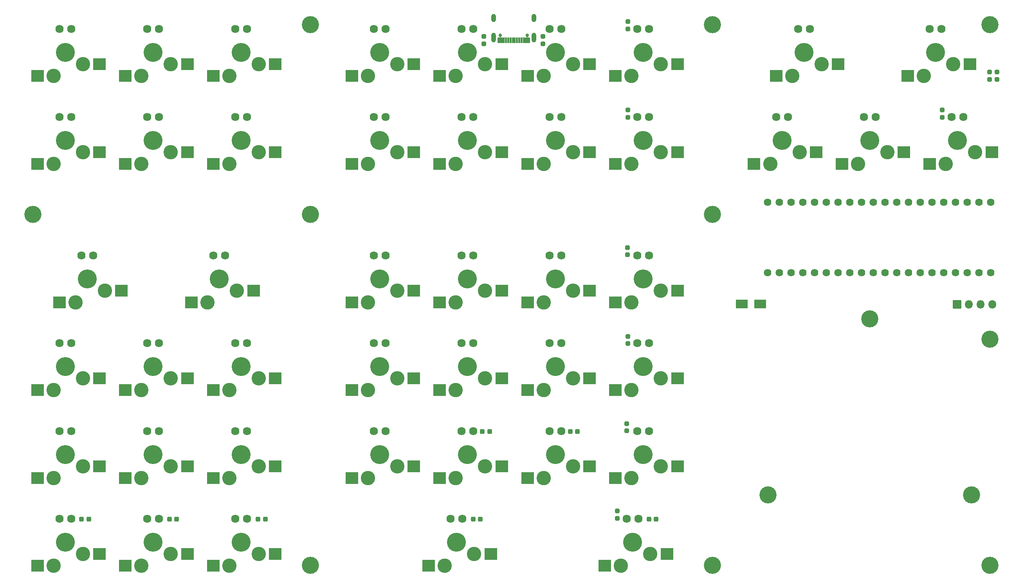
<source format=gbs>
G04 #@! TF.GenerationSoftware,KiCad,Pcbnew,(6.0.7)*
G04 #@! TF.CreationDate,2023-02-05T05:30:46+01:00*
G04 #@! TF.ProjectId,DaVinciKbd,44615669-6e63-4694-9b62-642e6b696361,rev?*
G04 #@! TF.SameCoordinates,Original*
G04 #@! TF.FileFunction,Soldermask,Bot*
G04 #@! TF.FilePolarity,Negative*
%FSLAX46Y46*%
G04 Gerber Fmt 4.6, Leading zero omitted, Abs format (unit mm)*
G04 Created by KiCad (PCBNEW (6.0.7)) date 2023-02-05 05:30:46*
%MOMM*%
%LPD*%
G01*
G04 APERTURE LIST*
G04 Aperture macros list*
%AMRoundRect*
0 Rectangle with rounded corners*
0 $1 Rounding radius*
0 $2 $3 $4 $5 $6 $7 $8 $9 X,Y pos of 4 corners*
0 Add a 4 corners polygon primitive as box body*
4,1,4,$2,$3,$4,$5,$6,$7,$8,$9,$2,$3,0*
0 Add four circle primitives for the rounded corners*
1,1,$1+$1,$2,$3*
1,1,$1+$1,$4,$5*
1,1,$1+$1,$6,$7*
1,1,$1+$1,$8,$9*
0 Add four rect primitives between the rounded corners*
20,1,$1+$1,$2,$3,$4,$5,0*
20,1,$1+$1,$4,$5,$6,$7,0*
20,1,$1+$1,$6,$7,$8,$9,0*
20,1,$1+$1,$8,$9,$2,$3,0*%
G04 Aperture macros list end*
%ADD10C,3.102000*%
%ADD11C,4.102000*%
%ADD12RoundRect,0.051000X1.275000X1.250000X-1.275000X1.250000X-1.275000X-1.250000X1.275000X-1.250000X0*%
%ADD13C,1.792600*%
%ADD14C,3.702000*%
%ADD15RoundRect,0.269750X-0.218750X-0.256250X0.218750X-0.256250X0.218750X0.256250X-0.218750X0.256250X0*%
%ADD16RoundRect,0.051000X-0.850000X0.850000X-0.850000X-0.850000X0.850000X-0.850000X0.850000X0.850000X0*%
%ADD17O,1.802000X1.802000*%
%ADD18RoundRect,0.269750X-0.256250X0.218750X-0.256250X-0.218750X0.256250X-0.218750X0.256250X0.218750X0*%
%ADD19C,1.626000*%
%ADD20RoundRect,0.269750X0.256250X-0.218750X0.256250X0.218750X-0.256250X0.218750X-0.256250X-0.218750X0*%
%ADD21C,0.702000*%
%ADD22RoundRect,0.051000X-0.300000X-0.580000X0.300000X-0.580000X0.300000X0.580000X-0.300000X0.580000X0*%
%ADD23RoundRect,0.051000X0.150000X0.580000X-0.150000X0.580000X-0.150000X-0.580000X0.150000X-0.580000X0*%
%ADD24O,1.002000X1.802000*%
%ADD25O,1.002000X2.102000*%
%ADD26RoundRect,0.051000X1.250000X0.900000X-1.250000X0.900000X-1.250000X-0.900000X1.250000X-0.900000X0*%
G04 APERTURE END LIST*
D10*
X37810000Y-49540000D03*
D11*
X34000000Y-47000000D03*
D10*
X31460000Y-52080000D03*
D12*
X41410000Y-49540000D03*
X27985000Y-52080000D03*
D13*
X35270000Y-41920000D03*
X32730000Y-41920000D03*
D10*
X31460000Y-71080000D03*
D11*
X34000000Y-66000000D03*
D10*
X37810000Y-68540000D03*
D12*
X41410000Y-68540000D03*
X27985000Y-71080000D03*
D13*
X35270000Y-60920000D03*
X32730000Y-60920000D03*
D10*
X37810000Y-117540000D03*
D11*
X34000000Y-115000000D03*
D10*
X31460000Y-120080000D03*
D12*
X41410000Y-117540000D03*
X27985000Y-120080000D03*
D13*
X35270000Y-109920000D03*
X32730000Y-109920000D03*
D11*
X34000000Y-134000000D03*
D10*
X37810000Y-136540000D03*
X31460000Y-139080000D03*
D12*
X41410000Y-136540000D03*
X27985000Y-139080000D03*
D13*
X35270000Y-128920000D03*
X32730000Y-128920000D03*
D10*
X37810000Y-155540000D03*
D11*
X34000000Y-153000000D03*
D10*
X31460000Y-158080000D03*
D12*
X41410000Y-155540000D03*
X27985000Y-158080000D03*
D13*
X35270000Y-147920000D03*
X32730000Y-147920000D03*
D10*
X56810000Y-49540000D03*
D11*
X53000000Y-47000000D03*
D10*
X50460000Y-52080000D03*
D12*
X60410000Y-49540000D03*
X46985000Y-52080000D03*
D13*
X54270000Y-41920000D03*
X51730000Y-41920000D03*
D10*
X50460000Y-71080000D03*
D11*
X53000000Y-66000000D03*
D10*
X56810000Y-68540000D03*
D12*
X60410000Y-68540000D03*
X46985000Y-71080000D03*
D13*
X54270000Y-60920000D03*
X51730000Y-60920000D03*
D10*
X56810000Y-117540000D03*
D11*
X53000000Y-115000000D03*
D10*
X50460000Y-120080000D03*
D12*
X60410000Y-117540000D03*
X46985000Y-120080000D03*
D13*
X54270000Y-109920000D03*
X51730000Y-109920000D03*
D10*
X56810000Y-136540000D03*
D11*
X53000000Y-134000000D03*
D10*
X50460000Y-139080000D03*
D12*
X60410000Y-136540000D03*
X46985000Y-139080000D03*
D13*
X54270000Y-128920000D03*
X51730000Y-128920000D03*
D10*
X50460000Y-158080000D03*
X56810000Y-155540000D03*
D11*
X53000000Y-153000000D03*
D12*
X60410000Y-155540000D03*
X46985000Y-158080000D03*
D13*
X54270000Y-147920000D03*
X51730000Y-147920000D03*
D10*
X75810000Y-49540000D03*
X69460000Y-52080000D03*
D11*
X72000000Y-47000000D03*
D12*
X79410000Y-49540000D03*
X65985000Y-52080000D03*
D13*
X73270000Y-41920000D03*
X70730000Y-41920000D03*
D10*
X75810000Y-68540000D03*
X69460000Y-71080000D03*
D11*
X72000000Y-66000000D03*
D12*
X79410000Y-68540000D03*
X65985000Y-71080000D03*
D13*
X73270000Y-60920000D03*
X70730000Y-60920000D03*
D11*
X72000000Y-115000000D03*
D10*
X69460000Y-120080000D03*
X75810000Y-117540000D03*
D12*
X79410000Y-117540000D03*
X65985000Y-120080000D03*
D13*
X73270000Y-109920000D03*
X70730000Y-109920000D03*
D10*
X75810000Y-136540000D03*
X69460000Y-139080000D03*
D11*
X72000000Y-134000000D03*
D12*
X79410000Y-136540000D03*
X65985000Y-139080000D03*
D13*
X73270000Y-128920000D03*
X70730000Y-128920000D03*
D10*
X75810000Y-155540000D03*
D11*
X72000000Y-153000000D03*
D10*
X69460000Y-158080000D03*
D12*
X79410000Y-155540000D03*
X65985000Y-158080000D03*
D13*
X73270000Y-147920000D03*
X70730000Y-147920000D03*
D11*
X193750000Y-47000000D03*
D10*
X197560000Y-49540000D03*
X191210000Y-52080000D03*
D12*
X201160000Y-49540000D03*
X187735000Y-52080000D03*
D13*
X195020000Y-41920000D03*
X192480000Y-41920000D03*
D10*
X186460000Y-71080000D03*
X192810000Y-68540000D03*
D11*
X189000000Y-66000000D03*
D12*
X196410000Y-68540000D03*
X182985000Y-71080000D03*
D13*
X190270000Y-60920000D03*
X187730000Y-60920000D03*
D10*
X205460000Y-71080000D03*
X211810000Y-68540000D03*
D11*
X208000000Y-66000000D03*
D12*
X215410000Y-68540000D03*
X201985000Y-71080000D03*
D13*
X209270000Y-60920000D03*
X206730000Y-60920000D03*
D10*
X230810000Y-68540000D03*
X224460000Y-71080000D03*
D11*
X227000000Y-66000000D03*
D12*
X234410000Y-68540000D03*
X220985000Y-71080000D03*
D13*
X228270000Y-60920000D03*
X225730000Y-60920000D03*
D11*
X38750000Y-96000000D03*
D10*
X36210000Y-101080000D03*
X42560000Y-98540000D03*
D12*
X46160000Y-98540000D03*
X32735000Y-101080000D03*
D13*
X40020000Y-90920000D03*
X37480000Y-90920000D03*
D10*
X99460000Y-71080000D03*
D11*
X102000000Y-66000000D03*
D10*
X105810000Y-68540000D03*
D12*
X109410000Y-68540000D03*
X95985000Y-71080000D03*
D13*
X103270000Y-60920000D03*
X100730000Y-60920000D03*
D10*
X137460000Y-52080000D03*
D11*
X140000000Y-47000000D03*
D10*
X143810000Y-49540000D03*
D12*
X147410000Y-49540000D03*
X133985000Y-52080000D03*
D13*
X141270000Y-41920000D03*
X138730000Y-41920000D03*
D11*
X121000000Y-66000000D03*
D10*
X124810000Y-68540000D03*
X118460000Y-71080000D03*
D12*
X128410000Y-68540000D03*
X114985000Y-71080000D03*
D13*
X122270000Y-60920000D03*
X119730000Y-60920000D03*
D10*
X99460000Y-52080000D03*
D11*
X102000000Y-47000000D03*
D10*
X105810000Y-49540000D03*
D12*
X109410000Y-49540000D03*
X95985000Y-52080000D03*
D13*
X103270000Y-41920000D03*
X100730000Y-41920000D03*
D10*
X143810000Y-68540000D03*
X137460000Y-71080000D03*
D11*
X140000000Y-66000000D03*
D12*
X147410000Y-68540000D03*
X133985000Y-71080000D03*
D13*
X141270000Y-60920000D03*
X138730000Y-60920000D03*
D10*
X118460000Y-52080000D03*
D11*
X121000000Y-47000000D03*
D10*
X124810000Y-49540000D03*
D12*
X128410000Y-49540000D03*
X114985000Y-52080000D03*
D13*
X122270000Y-41920000D03*
X119730000Y-41920000D03*
D10*
X156460000Y-71080000D03*
X162810000Y-68540000D03*
D11*
X159000000Y-66000000D03*
D12*
X166410000Y-68540000D03*
X152985000Y-71080000D03*
D13*
X160270000Y-60920000D03*
X157730000Y-60920000D03*
D10*
X156460000Y-52080000D03*
X162810000Y-49540000D03*
D11*
X159000000Y-47000000D03*
D12*
X166410000Y-49540000D03*
X152985000Y-52080000D03*
D13*
X160270000Y-41920000D03*
X157730000Y-41920000D03*
D10*
X160510000Y-155540000D03*
D11*
X156700000Y-153000000D03*
D10*
X154160000Y-158080000D03*
D12*
X164110000Y-155540000D03*
X150685000Y-158080000D03*
D13*
X157970000Y-147920000D03*
X155430000Y-147920000D03*
D11*
X159000000Y-134000000D03*
D10*
X162810000Y-136540000D03*
X156460000Y-139080000D03*
D12*
X166410000Y-136540000D03*
X152985000Y-139080000D03*
D13*
X160270000Y-128920000D03*
X157730000Y-128920000D03*
D10*
X156460000Y-101080000D03*
X162810000Y-98540000D03*
D11*
X159000000Y-96000000D03*
D12*
X166410000Y-98540000D03*
X152985000Y-101080000D03*
D13*
X160270000Y-90920000D03*
X157730000Y-90920000D03*
D11*
X140000000Y-134000000D03*
D10*
X143810000Y-136540000D03*
X137460000Y-139080000D03*
D12*
X147410000Y-136540000D03*
X133985000Y-139080000D03*
D13*
X141270000Y-128920000D03*
X138730000Y-128920000D03*
D10*
X137460000Y-120080000D03*
D11*
X140000000Y-115000000D03*
D10*
X143810000Y-117540000D03*
D12*
X147410000Y-117540000D03*
X133985000Y-120080000D03*
D13*
X141270000Y-109920000D03*
X138730000Y-109920000D03*
D11*
X121000000Y-115000000D03*
D10*
X124810000Y-117540000D03*
X118460000Y-120080000D03*
D12*
X128410000Y-117540000D03*
X114985000Y-120080000D03*
D13*
X122270000Y-109920000D03*
X119730000Y-109920000D03*
D10*
X99460000Y-120080000D03*
D11*
X102000000Y-115000000D03*
D10*
X105810000Y-117540000D03*
D12*
X109410000Y-117540000D03*
X95985000Y-120080000D03*
D13*
X103270000Y-109920000D03*
X100730000Y-109920000D03*
D10*
X137460000Y-101080000D03*
D11*
X140000000Y-96000000D03*
D10*
X143810000Y-98540000D03*
D12*
X147410000Y-98540000D03*
X133985000Y-101080000D03*
D13*
X141270000Y-90920000D03*
X138730000Y-90920000D03*
D10*
X122410000Y-155540000D03*
D11*
X118600000Y-153000000D03*
D10*
X116060000Y-158080000D03*
D12*
X126010000Y-155540000D03*
X112585000Y-158080000D03*
D13*
X119870000Y-147920000D03*
X117330000Y-147920000D03*
D11*
X159000000Y-115000000D03*
D10*
X156460000Y-120080000D03*
X162810000Y-117540000D03*
D12*
X166410000Y-117540000D03*
X152985000Y-120080000D03*
D13*
X160270000Y-109920000D03*
X157730000Y-109920000D03*
D10*
X118460000Y-139080000D03*
X124810000Y-136540000D03*
D11*
X121000000Y-134000000D03*
D12*
X128410000Y-136540000D03*
X114985000Y-139080000D03*
D13*
X122270000Y-128920000D03*
X119730000Y-128920000D03*
D10*
X99460000Y-139080000D03*
X105810000Y-136540000D03*
D11*
X102000000Y-134000000D03*
D12*
X109410000Y-136540000D03*
X95985000Y-139080000D03*
D13*
X103270000Y-128920000D03*
X100730000Y-128920000D03*
D10*
X118460000Y-101080000D03*
X124810000Y-98540000D03*
D11*
X121000000Y-96000000D03*
D12*
X128410000Y-98540000D03*
X114985000Y-101080000D03*
D13*
X122270000Y-90920000D03*
X119730000Y-90920000D03*
D14*
X186000000Y-142700000D03*
X230000000Y-142700000D03*
X208000000Y-104600000D03*
X87000000Y-41000000D03*
X174000000Y-41000000D03*
X234000000Y-41000000D03*
X234000000Y-109000000D03*
X234000000Y-158000000D03*
X174000000Y-158000000D03*
X174000000Y-82000000D03*
X87000000Y-158000000D03*
X27000000Y-82000000D03*
X87000000Y-82000000D03*
D10*
X226060000Y-49540000D03*
D11*
X222250000Y-47000000D03*
D10*
X219710000Y-52080000D03*
D12*
X229660000Y-49540000D03*
X216235000Y-52080000D03*
D13*
X223520000Y-41920000D03*
X220980000Y-41920000D03*
D10*
X71110000Y-98540000D03*
X64760000Y-101080000D03*
D11*
X67300000Y-96000000D03*
D12*
X74710000Y-98540000D03*
X61285000Y-101080000D03*
D13*
X68570000Y-90920000D03*
X66030000Y-90920000D03*
D10*
X105810000Y-98540000D03*
D11*
X102000000Y-96000000D03*
D10*
X99460000Y-101080000D03*
D12*
X109410000Y-98540000D03*
X95985000Y-101080000D03*
D13*
X103270000Y-90920000D03*
X100730000Y-90920000D03*
D15*
X124212500Y-129000000D03*
X125787500Y-129000000D03*
D16*
X226920000Y-101500000D03*
D17*
X229460000Y-101500000D03*
X232000000Y-101500000D03*
X234540000Y-101500000D03*
D18*
X155700000Y-40312500D03*
X155700000Y-41887500D03*
X155700000Y-59412500D03*
X155700000Y-60987500D03*
X155600000Y-89212500D03*
X155600000Y-90787500D03*
X153400000Y-146212500D03*
X153400000Y-147787500D03*
X223700000Y-59412500D03*
X223700000Y-60987500D03*
D15*
X37500000Y-148000000D03*
X39075000Y-148000000D03*
X56500000Y-148000000D03*
X58075000Y-148000000D03*
X75712500Y-148000000D03*
X77287500Y-148000000D03*
X122212500Y-148000000D03*
X123787500Y-148000000D03*
X143212500Y-129000000D03*
X144787500Y-129000000D03*
X160212500Y-148000000D03*
X161787500Y-148000000D03*
D19*
X229050000Y-79380000D03*
X185870000Y-94620000D03*
X190950000Y-94620000D03*
X188410000Y-94620000D03*
X234130000Y-79380000D03*
X231590000Y-79380000D03*
X226510000Y-79380000D03*
X196030000Y-79380000D03*
X198570000Y-79380000D03*
X201110000Y-79380000D03*
X203650000Y-79380000D03*
X206190000Y-79380000D03*
X208730000Y-79380000D03*
X211270000Y-79380000D03*
X213810000Y-79380000D03*
X223970000Y-94620000D03*
X221430000Y-94620000D03*
X218890000Y-94620000D03*
X216350000Y-94620000D03*
X213810000Y-94620000D03*
X211270000Y-94620000D03*
X216350000Y-79380000D03*
X218890000Y-79380000D03*
X208730000Y-94620000D03*
X206190000Y-94620000D03*
X203650000Y-94620000D03*
X201110000Y-94620000D03*
X198570000Y-94620000D03*
X196030000Y-94620000D03*
X193490000Y-94620000D03*
X221430000Y-79380000D03*
X223970000Y-79380000D03*
X234130000Y-94620000D03*
X231590000Y-94620000D03*
X229050000Y-94620000D03*
X226510000Y-94620000D03*
X188410000Y-79380000D03*
X190950000Y-79380000D03*
X193490000Y-79380000D03*
X185870000Y-79380000D03*
D20*
X235550000Y-52787500D03*
X235550000Y-51212500D03*
D18*
X155400000Y-127312500D03*
X155400000Y-128887500D03*
X155700000Y-108412500D03*
X155700000Y-109987500D03*
D20*
X124500000Y-45087500D03*
X124500000Y-43512500D03*
X137300000Y-45087500D03*
X137300000Y-43512500D03*
X233900000Y-52787500D03*
X233900000Y-51212500D03*
D21*
X133890000Y-43250000D03*
X128110000Y-43250000D03*
D22*
X127800000Y-44310000D03*
X128600000Y-44310000D03*
D23*
X129750000Y-44310000D03*
X130750000Y-44310000D03*
X131250000Y-44310000D03*
X132250000Y-44310000D03*
D22*
X133400000Y-44310000D03*
X134200000Y-44310000D03*
X134200000Y-44310000D03*
X133400000Y-44310000D03*
D23*
X132750000Y-44310000D03*
X131750000Y-44310000D03*
X130250000Y-44310000D03*
X129250000Y-44310000D03*
D22*
X128600000Y-44310000D03*
X127800000Y-44310000D03*
D24*
X126680000Y-39560000D03*
X135320000Y-39560000D03*
D25*
X126680000Y-43730000D03*
X135320000Y-43730000D03*
D26*
X184300000Y-101400000D03*
X180300000Y-101400000D03*
G36*
X131064633Y-43693517D02*
G01*
X131065197Y-43695436D01*
X131064916Y-43696075D01*
X131054767Y-43711263D01*
X131051000Y-43730199D01*
X131051000Y-44889801D01*
X131054767Y-44908738D01*
X131064814Y-44923773D01*
X131064945Y-44925768D01*
X131063282Y-44926880D01*
X131062553Y-44926793D01*
X131002212Y-44907898D01*
X130937310Y-44926955D01*
X130935367Y-44926483D01*
X130934803Y-44924564D01*
X130935084Y-44923925D01*
X130945233Y-44908737D01*
X130949000Y-44889801D01*
X130949000Y-43730199D01*
X130945233Y-43711262D01*
X130935186Y-43696227D01*
X130935055Y-43694232D01*
X130936718Y-43693120D01*
X130937447Y-43693207D01*
X130997788Y-43712102D01*
X131062690Y-43693045D01*
X131064633Y-43693517D01*
G37*
G36*
X133064633Y-43693517D02*
G01*
X133065197Y-43695436D01*
X133064916Y-43696075D01*
X133054767Y-43711263D01*
X133051000Y-43730199D01*
X133051000Y-44889801D01*
X133054767Y-44908738D01*
X133064814Y-44923773D01*
X133064945Y-44925768D01*
X133063282Y-44926880D01*
X133062553Y-44926793D01*
X133002212Y-44907898D01*
X132937310Y-44926955D01*
X132935367Y-44926483D01*
X132934803Y-44924564D01*
X132935084Y-44923925D01*
X132945233Y-44908737D01*
X132949000Y-44889801D01*
X132949000Y-43730199D01*
X132945233Y-43711262D01*
X132935186Y-43696227D01*
X132935055Y-43694232D01*
X132936718Y-43693120D01*
X132937447Y-43693207D01*
X132997788Y-43712102D01*
X133062690Y-43693045D01*
X133064633Y-43693517D01*
G37*
G36*
X130564633Y-43693517D02*
G01*
X130565197Y-43695436D01*
X130564916Y-43696075D01*
X130554767Y-43711263D01*
X130551000Y-43730199D01*
X130551000Y-44889801D01*
X130554767Y-44908738D01*
X130564814Y-44923773D01*
X130564945Y-44925768D01*
X130563282Y-44926880D01*
X130562553Y-44926793D01*
X130502212Y-44907898D01*
X130437310Y-44926955D01*
X130435367Y-44926483D01*
X130434803Y-44924564D01*
X130435084Y-44923925D01*
X130445233Y-44908737D01*
X130449000Y-44889801D01*
X130449000Y-43730199D01*
X130445233Y-43711262D01*
X130435186Y-43696227D01*
X130435055Y-43694232D01*
X130436718Y-43693120D01*
X130437447Y-43693207D01*
X130497788Y-43712102D01*
X130562690Y-43693045D01*
X130564633Y-43693517D01*
G37*
G36*
X132564633Y-43693517D02*
G01*
X132565197Y-43695436D01*
X132564916Y-43696075D01*
X132554767Y-43711263D01*
X132551000Y-43730199D01*
X132551000Y-44889801D01*
X132554767Y-44908738D01*
X132564814Y-44923773D01*
X132564945Y-44925768D01*
X132563282Y-44926880D01*
X132562553Y-44926793D01*
X132502212Y-44907898D01*
X132437310Y-44926955D01*
X132435367Y-44926483D01*
X132434803Y-44924564D01*
X132435084Y-44923925D01*
X132445233Y-44908737D01*
X132449000Y-44889801D01*
X132449000Y-43730199D01*
X132445233Y-43711262D01*
X132435186Y-43696227D01*
X132435055Y-43694232D01*
X132436718Y-43693120D01*
X132437447Y-43693207D01*
X132497788Y-43712102D01*
X132562690Y-43693045D01*
X132564633Y-43693517D01*
G37*
G36*
X130064633Y-43693517D02*
G01*
X130065197Y-43695436D01*
X130064916Y-43696075D01*
X130054767Y-43711263D01*
X130051000Y-43730199D01*
X130051000Y-44889801D01*
X130054767Y-44908738D01*
X130064814Y-44923773D01*
X130064945Y-44925768D01*
X130063282Y-44926880D01*
X130062553Y-44926793D01*
X130002212Y-44907898D01*
X129937310Y-44926955D01*
X129935367Y-44926483D01*
X129934803Y-44924564D01*
X129935084Y-44923925D01*
X129945233Y-44908737D01*
X129949000Y-44889801D01*
X129949000Y-43730199D01*
X129945233Y-43711262D01*
X129935186Y-43696227D01*
X129935055Y-43694232D01*
X129936718Y-43693120D01*
X129937447Y-43693207D01*
X129997788Y-43712102D01*
X130062690Y-43693045D01*
X130064633Y-43693517D01*
G37*
G36*
X128377351Y-43474341D02*
G01*
X128377220Y-43475729D01*
X128349125Y-43533880D01*
X128357495Y-43602628D01*
X128401699Y-43655932D01*
X128470963Y-43677087D01*
X128472328Y-43678550D01*
X128471743Y-43680462D01*
X128470379Y-43681000D01*
X128300199Y-43681000D01*
X128281262Y-43684767D01*
X128265380Y-43695380D01*
X128254767Y-43711262D01*
X128251000Y-43730199D01*
X128251000Y-44889801D01*
X128254767Y-44908738D01*
X128264814Y-44923773D01*
X128264945Y-44925768D01*
X128263282Y-44926880D01*
X128262553Y-44926793D01*
X128202212Y-44907898D01*
X128137310Y-44926955D01*
X128135367Y-44926483D01*
X128134803Y-44924564D01*
X128135084Y-44923925D01*
X128145233Y-44908737D01*
X128149000Y-44889801D01*
X128149000Y-43730199D01*
X128145233Y-43711262D01*
X128134620Y-43695380D01*
X128118738Y-43684767D01*
X128099801Y-43681000D01*
X127749995Y-43681000D01*
X127748263Y-43680000D01*
X127748263Y-43678000D01*
X127749432Y-43677081D01*
X127816444Y-43657405D01*
X127861799Y-43605062D01*
X127871657Y-43536500D01*
X127845784Y-43478704D01*
X127845989Y-43476715D01*
X127847814Y-43475898D01*
X127849023Y-43476473D01*
X127904876Y-43532326D01*
X128002162Y-43581896D01*
X128110000Y-43598975D01*
X128217838Y-43581896D01*
X128315124Y-43532326D01*
X128374005Y-43473445D01*
X128375937Y-43472927D01*
X128377351Y-43474341D01*
G37*
G36*
X129064633Y-43693517D02*
G01*
X129065197Y-43695436D01*
X129064916Y-43696075D01*
X129054767Y-43711263D01*
X129051000Y-43730199D01*
X129051000Y-44889801D01*
X129054767Y-44908738D01*
X129064814Y-44923773D01*
X129064945Y-44925768D01*
X129063282Y-44926880D01*
X129062553Y-44926793D01*
X129002212Y-44907898D01*
X128937310Y-44926955D01*
X128935367Y-44926483D01*
X128934803Y-44924564D01*
X128935084Y-44923925D01*
X128945233Y-44908737D01*
X128949000Y-44889801D01*
X128949000Y-43730199D01*
X128945233Y-43711262D01*
X128935186Y-43696227D01*
X128935055Y-43694232D01*
X128936718Y-43693120D01*
X128937447Y-43693207D01*
X128997788Y-43712102D01*
X129062690Y-43693045D01*
X129064633Y-43693517D01*
G37*
G36*
X132064633Y-43693517D02*
G01*
X132065197Y-43695436D01*
X132064916Y-43696075D01*
X132054767Y-43711263D01*
X132051000Y-43730199D01*
X132051000Y-44889801D01*
X132054767Y-44908738D01*
X132064814Y-44923773D01*
X132064945Y-44925768D01*
X132063282Y-44926880D01*
X132062553Y-44926793D01*
X132002212Y-44907898D01*
X131937310Y-44926955D01*
X131935367Y-44926483D01*
X131934803Y-44924564D01*
X131935084Y-44923925D01*
X131945233Y-44908737D01*
X131949000Y-44889801D01*
X131949000Y-43730199D01*
X131945233Y-43711262D01*
X131935186Y-43696227D01*
X131935055Y-43694232D01*
X131936718Y-43693120D01*
X131937447Y-43693207D01*
X131997788Y-43712102D01*
X132062690Y-43693045D01*
X132064633Y-43693517D01*
G37*
G36*
X129564633Y-43693517D02*
G01*
X129565197Y-43695436D01*
X129564916Y-43696075D01*
X129554767Y-43711263D01*
X129551000Y-43730199D01*
X129551000Y-44889801D01*
X129554767Y-44908738D01*
X129564814Y-44923773D01*
X129564945Y-44925768D01*
X129563282Y-44926880D01*
X129562553Y-44926793D01*
X129502212Y-44907898D01*
X129437310Y-44926955D01*
X129435367Y-44926483D01*
X129434803Y-44924564D01*
X129435084Y-44923925D01*
X129445233Y-44908737D01*
X129449000Y-44889801D01*
X129449000Y-43730199D01*
X129445233Y-43711262D01*
X129435186Y-43696227D01*
X129435055Y-43694232D01*
X129436718Y-43693120D01*
X129437447Y-43693207D01*
X129497788Y-43712102D01*
X129562690Y-43693045D01*
X129564633Y-43693517D01*
G37*
G36*
X131564633Y-43693517D02*
G01*
X131565197Y-43695436D01*
X131564916Y-43696075D01*
X131554767Y-43711263D01*
X131551000Y-43730199D01*
X131551000Y-44889801D01*
X131554767Y-44908738D01*
X131564814Y-44923773D01*
X131564945Y-44925768D01*
X131563282Y-44926880D01*
X131562553Y-44926793D01*
X131502212Y-44907898D01*
X131437310Y-44926955D01*
X131435367Y-44926483D01*
X131434803Y-44924564D01*
X131435084Y-44923925D01*
X131445233Y-44908737D01*
X131449000Y-44889801D01*
X131449000Y-43730199D01*
X131445233Y-43711262D01*
X131435186Y-43696227D01*
X131435055Y-43694232D01*
X131436718Y-43693120D01*
X131437447Y-43693207D01*
X131497788Y-43712102D01*
X131562690Y-43693045D01*
X131564633Y-43693517D01*
G37*
G36*
X134157351Y-43474341D02*
G01*
X134157220Y-43475729D01*
X134129126Y-43533877D01*
X134137495Y-43602626D01*
X134181698Y-43655930D01*
X134250966Y-43677087D01*
X134252331Y-43678550D01*
X134251746Y-43680462D01*
X134250382Y-43681000D01*
X133900199Y-43681000D01*
X133881262Y-43684767D01*
X133865380Y-43695380D01*
X133854767Y-43711262D01*
X133851000Y-43730199D01*
X133851000Y-44889801D01*
X133854767Y-44908738D01*
X133864814Y-44923773D01*
X133864945Y-44925768D01*
X133863282Y-44926880D01*
X133862553Y-44926793D01*
X133802212Y-44907898D01*
X133737310Y-44926955D01*
X133735367Y-44926483D01*
X133734803Y-44924564D01*
X133735084Y-44923925D01*
X133745233Y-44908737D01*
X133749000Y-44889801D01*
X133749000Y-43730199D01*
X133745233Y-43711262D01*
X133734620Y-43695380D01*
X133718738Y-43684767D01*
X133699801Y-43681000D01*
X133529992Y-43681000D01*
X133528260Y-43680000D01*
X133528260Y-43678000D01*
X133529429Y-43677081D01*
X133596444Y-43657404D01*
X133641799Y-43605061D01*
X133651657Y-43536498D01*
X133625784Y-43478704D01*
X133625989Y-43476715D01*
X133627814Y-43475898D01*
X133629023Y-43476473D01*
X133684876Y-43532326D01*
X133782162Y-43581896D01*
X133890000Y-43598975D01*
X133997838Y-43581896D01*
X134095124Y-43532326D01*
X134154005Y-43473445D01*
X134155937Y-43472927D01*
X134157351Y-43474341D01*
G37*
M02*

</source>
